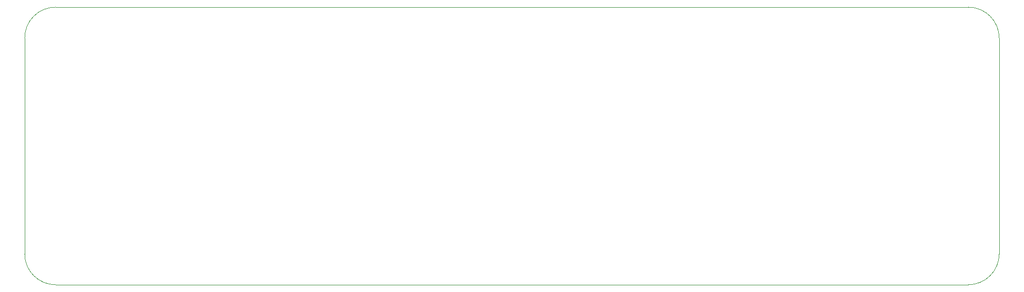
<source format=gm1>
G04 #@! TF.GenerationSoftware,KiCad,Pcbnew,(5.1.9)-1*
G04 #@! TF.CreationDate,2021-04-11T14:47:47+02:00*
G04 #@! TF.ProjectId,Sunrise clock display board,53756e72-6973-4652-9063-6c6f636b2064,V1.0*
G04 #@! TF.SameCoordinates,Original*
G04 #@! TF.FileFunction,Profile,NP*
%FSLAX46Y46*%
G04 Gerber Fmt 4.6, Leading zero omitted, Abs format (unit mm)*
G04 Created by KiCad (PCBNEW (5.1.9)-1) date 2021-04-11 14:47:47*
%MOMM*%
%LPD*%
G01*
G04 APERTURE LIST*
G04 #@! TA.AperFunction,Profile*
%ADD10C,0.100000*%
G04 #@! TD*
G04 APERTURE END LIST*
D10*
X71120000Y-76200000D02*
G75*
G02*
X76200000Y-71120000I5080000J0D01*
G01*
X76200000Y-116840000D02*
G75*
G02*
X71120000Y-111760000I0J5080000D01*
G01*
X231140000Y-111760000D02*
G75*
G02*
X226060000Y-116840000I-5080000J0D01*
G01*
X226060000Y-71120000D02*
G75*
G02*
X231140000Y-76200000I0J-5080000D01*
G01*
X226060000Y-71120000D02*
X76200000Y-71120000D01*
X231140000Y-111760000D02*
X231140000Y-76200000D01*
X76200000Y-116840000D02*
X226060000Y-116840000D01*
X71120000Y-76200000D02*
X71120000Y-111760000D01*
M02*

</source>
